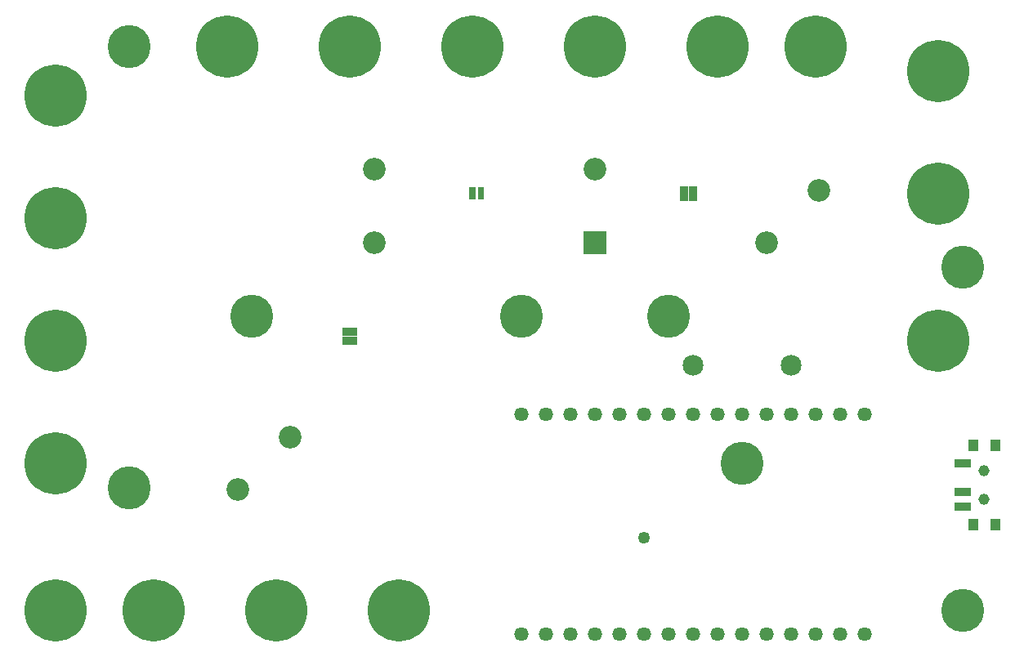
<source format=gbs>
G04 MADE WITH FRITZING*
G04 WWW.FRITZING.ORG*
G04 DOUBLE SIDED*
G04 HOLES PLATED*
G04 CONTOUR ON CENTER OF CONTOUR VECTOR*
%ASAXBY*%
%FSLAX23Y23*%
%MOIN*%
%OFA0B0*%
%SFA1.0B1.0*%
%ADD10C,0.045433*%
%ADD11C,0.057829*%
%ADD12C,0.049370*%
%ADD13C,0.092000*%
%ADD14C,0.085000*%
%ADD15C,0.254000*%
%ADD16C,0.175354*%
%ADD17R,0.041496X0.049370*%
%ADD18R,0.069055X0.037559*%
%ADD19R,0.092000X0.092000*%
%ADD20R,0.035000X0.060000*%
%ADD21R,0.060000X0.035000*%
%ADD22C,0.030000*%
%ADD23C,0.010000*%
%LNMASK0*%
G90*
G70*
G54D10*
X4074Y890D03*
X4074Y772D03*
X4074Y890D03*
X4074Y772D03*
X4074Y890D03*
X4074Y772D03*
G54D11*
X2387Y1120D03*
X2187Y222D03*
X2287Y222D03*
X2387Y222D03*
X2487Y222D03*
X2586Y222D03*
X2287Y1120D03*
X2187Y1120D03*
X2487Y1120D03*
X2686Y222D03*
X2786Y222D03*
X2886Y222D03*
X2986Y222D03*
X3086Y222D03*
X3185Y222D03*
X3285Y222D03*
X3385Y222D03*
X3485Y222D03*
X3585Y222D03*
X2886Y1120D03*
X2986Y1120D03*
X3086Y1120D03*
X3185Y1120D03*
X3285Y1120D03*
X3385Y1120D03*
X3485Y1120D03*
X3585Y1120D03*
X2586Y1120D03*
X2686Y1120D03*
X2786Y1120D03*
G54D12*
X2686Y616D03*
G54D13*
X1242Y1026D03*
X1030Y814D03*
G54D14*
X3286Y1320D03*
X2886Y1320D03*
G54D15*
X1686Y320D03*
X1186Y320D03*
X3886Y1420D03*
X286Y2420D03*
X986Y2620D03*
X286Y1420D03*
X1986Y2620D03*
X2486Y2620D03*
X3386Y2620D03*
X3886Y2020D03*
X286Y1920D03*
X1486Y2620D03*
X2986Y2620D03*
X3886Y2520D03*
X686Y320D03*
X286Y920D03*
X286Y320D03*
G54D13*
X3186Y1820D03*
X3398Y2032D03*
X1586Y1820D03*
X1586Y2120D03*
X2486Y1820D03*
X2486Y2120D03*
G54D16*
X3986Y1720D03*
X586Y2620D03*
X586Y820D03*
X2186Y1520D03*
X3086Y920D03*
X3986Y320D03*
X1086Y1520D03*
X2786Y1520D03*
G54D17*
X4031Y994D03*
X4118Y994D03*
X4118Y668D03*
X4031Y668D03*
G54D18*
X3986Y920D03*
X3986Y801D03*
X3986Y742D03*
G54D19*
X2486Y1820D03*
G54D20*
X2886Y2020D03*
X2850Y2020D03*
G54D21*
X1486Y1420D03*
X1486Y1455D03*
G54D22*
G36*
X1242Y982D02*
X1198Y1026D01*
X1242Y1070D01*
X1286Y1026D01*
X1242Y982D01*
G37*
D02*
G36*
X3186Y1863D02*
X3229Y1820D01*
X3186Y1776D01*
X3142Y1820D01*
X3186Y1863D01*
G37*
D02*
G36*
X1555Y1851D02*
X1617Y1851D01*
X1617Y1789D01*
X1555Y1789D01*
X1555Y1851D01*
G37*
D02*
G54D23*
G36*
X1973Y1995D02*
X1973Y2045D01*
X1998Y2045D01*
X1998Y1995D01*
X1973Y1995D01*
G37*
D02*
G36*
X2009Y1995D02*
X2009Y2045D01*
X2034Y2045D01*
X2034Y1995D01*
X2009Y1995D01*
G37*
D02*
G04 End of Mask0*
M02*
</source>
